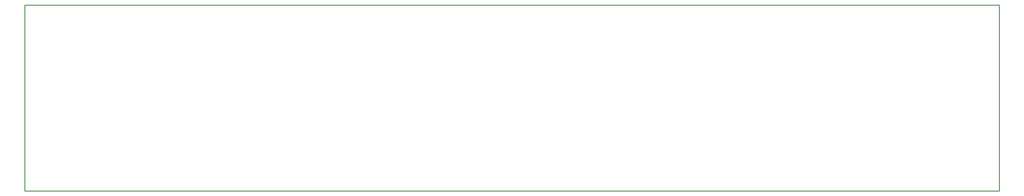
<source format=gko>
G04 Layer: BoardOutlineLayer*
G04 EasyEDA v6.5.40, 2024-07-10 23:57:15*
G04 cb6e2e9fbd21486d88ae5690d2d3dc00,10*
G04 Gerber Generator version 0.2*
G04 Scale: 100 percent, Rotated: No, Reflected: No *
G04 Dimensions in inches *
G04 leading zeros omitted , absolute positions ,3 integer and 6 decimal *
%FSLAX36Y36*%
%MOIN*%

%ADD10C,0.0100*%
D10*
X400000Y2830000D02*
G01*
X400000Y2885000D01*
X11300000Y2885000D01*
X11300000Y800000D01*
X400000Y800000D01*
X400000Y2830000D01*

%LPD*%
M02*

</source>
